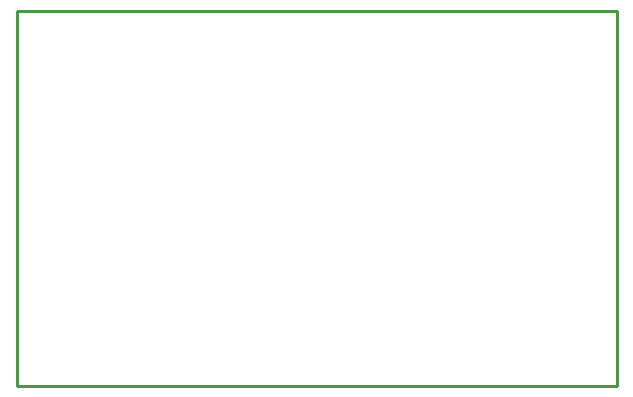
<source format=gbr>
G04 start of page 4 for group 2 idx 2 *
G04 Title: (unknown), outline *
G04 Creator: pcb 4.0.2 *
G04 CreationDate: Thu Dec 31 16:53:41 2020 UTC *
G04 For: petersen *
G04 Format: Gerber/RS-274X *
G04 PCB-Dimensions (mil): 2000.00 1250.00 *
G04 PCB-Coordinate-Origin: lower left *
%MOIN*%
%FSLAX25Y25*%
%LNOUTLINE*%
%ADD32C,0.0100*%
G54D32*X0Y125000D02*X180000D01*
X179500D02*X200000D01*
X0D02*Y0D01*
X200000D01*
Y125000D01*
M02*

</source>
